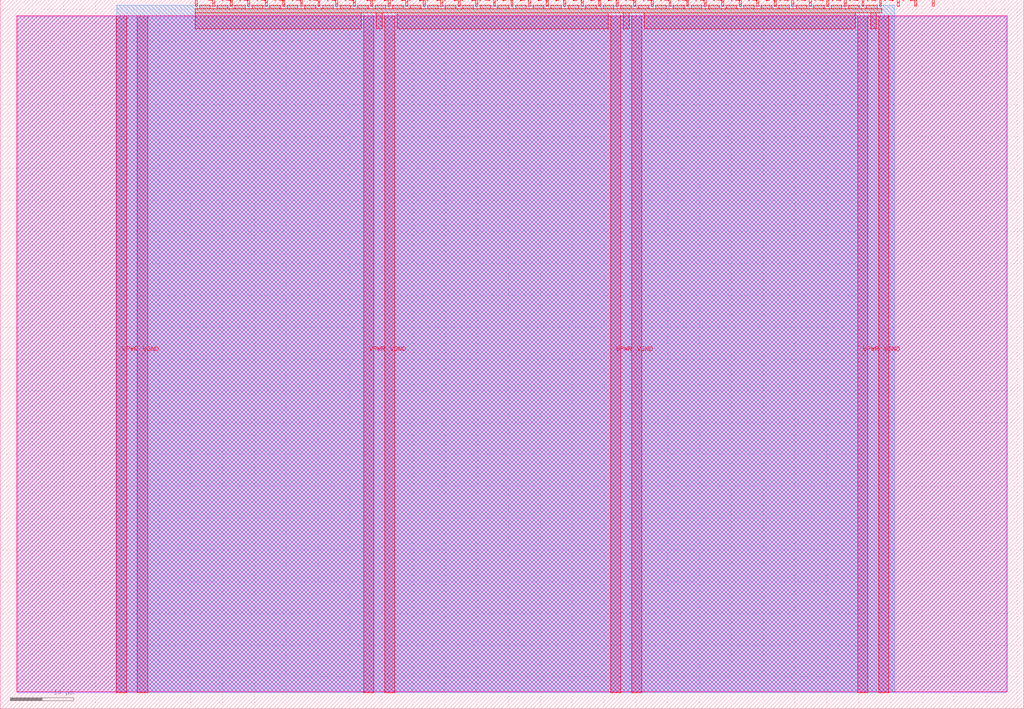
<source format=lef>
VERSION 5.7 ;
  NOWIREEXTENSIONATPIN ON ;
  DIVIDERCHAR "/" ;
  BUSBITCHARS "[]" ;
MACRO tt_um_tt09_array_multiplier
  CLASS BLOCK ;
  FOREIGN tt_um_tt09_array_multiplier ;
  ORIGIN 0.000 0.000 ;
  SIZE 161.000 BY 111.520 ;
  PIN VGND
    DIRECTION INOUT ;
    USE GROUND ;
    PORT
      LAYER met4 ;
        RECT 21.580 2.480 23.180 109.040 ;
    END
    PORT
      LAYER met4 ;
        RECT 60.450 2.480 62.050 109.040 ;
    END
    PORT
      LAYER met4 ;
        RECT 99.320 2.480 100.920 109.040 ;
    END
    PORT
      LAYER met4 ;
        RECT 138.190 2.480 139.790 109.040 ;
    END
  END VGND
  PIN VPWR
    DIRECTION INOUT ;
    USE POWER ;
    PORT
      LAYER met4 ;
        RECT 18.280 2.480 19.880 109.040 ;
    END
    PORT
      LAYER met4 ;
        RECT 57.150 2.480 58.750 109.040 ;
    END
    PORT
      LAYER met4 ;
        RECT 96.020 2.480 97.620 109.040 ;
    END
    PORT
      LAYER met4 ;
        RECT 134.890 2.480 136.490 109.040 ;
    END
  END VPWR
  PIN clk
    DIRECTION INPUT ;
    USE SIGNAL ;
    PORT
      LAYER met4 ;
        RECT 143.830 110.520 144.130 111.520 ;
    END
  END clk
  PIN ena
    DIRECTION INPUT ;
    USE SIGNAL ;
    PORT
      LAYER met4 ;
        RECT 146.590 110.520 146.890 111.520 ;
    END
  END ena
  PIN rst_n
    DIRECTION INPUT ;
    USE SIGNAL ;
    PORT
      LAYER met4 ;
        RECT 141.070 110.520 141.370 111.520 ;
    END
  END rst_n
  PIN ui_in[0]
    DIRECTION INPUT ;
    USE SIGNAL ;
    ANTENNAGATEAREA 0.213000 ;
    PORT
      LAYER met4 ;
        RECT 138.310 110.520 138.610 111.520 ;
    END
  END ui_in[0]
  PIN ui_in[1]
    DIRECTION INPUT ;
    USE SIGNAL ;
    ANTENNAGATEAREA 0.213000 ;
    PORT
      LAYER met4 ;
        RECT 135.550 110.520 135.850 111.520 ;
    END
  END ui_in[1]
  PIN ui_in[2]
    DIRECTION INPUT ;
    USE SIGNAL ;
    ANTENNAGATEAREA 0.126000 ;
    PORT
      LAYER met4 ;
        RECT 132.790 110.520 133.090 111.520 ;
    END
  END ui_in[2]
  PIN ui_in[3]
    DIRECTION INPUT ;
    USE SIGNAL ;
    ANTENNAGATEAREA 0.213000 ;
    PORT
      LAYER met4 ;
        RECT 130.030 110.520 130.330 111.520 ;
    END
  END ui_in[3]
  PIN ui_in[4]
    DIRECTION INPUT ;
    USE SIGNAL ;
    ANTENNAGATEAREA 0.213000 ;
    PORT
      LAYER met4 ;
        RECT 127.270 110.520 127.570 111.520 ;
    END
  END ui_in[4]
  PIN ui_in[5]
    DIRECTION INPUT ;
    USE SIGNAL ;
    ANTENNAGATEAREA 0.159000 ;
    PORT
      LAYER met4 ;
        RECT 124.510 110.520 124.810 111.520 ;
    END
  END ui_in[5]
  PIN ui_in[6]
    DIRECTION INPUT ;
    USE SIGNAL ;
    ANTENNAGATEAREA 0.213000 ;
    PORT
      LAYER met4 ;
        RECT 121.750 110.520 122.050 111.520 ;
    END
  END ui_in[6]
  PIN ui_in[7]
    DIRECTION INPUT ;
    USE SIGNAL ;
    ANTENNAGATEAREA 0.213000 ;
    PORT
      LAYER met4 ;
        RECT 118.990 110.520 119.290 111.520 ;
    END
  END ui_in[7]
  PIN uio_in[0]
    DIRECTION INPUT ;
    USE SIGNAL ;
    PORT
      LAYER met4 ;
        RECT 116.230 110.520 116.530 111.520 ;
    END
  END uio_in[0]
  PIN uio_in[1]
    DIRECTION INPUT ;
    USE SIGNAL ;
    PORT
      LAYER met4 ;
        RECT 113.470 110.520 113.770 111.520 ;
    END
  END uio_in[1]
  PIN uio_in[2]
    DIRECTION INPUT ;
    USE SIGNAL ;
    PORT
      LAYER met4 ;
        RECT 110.710 110.520 111.010 111.520 ;
    END
  END uio_in[2]
  PIN uio_in[3]
    DIRECTION INPUT ;
    USE SIGNAL ;
    PORT
      LAYER met4 ;
        RECT 107.950 110.520 108.250 111.520 ;
    END
  END uio_in[3]
  PIN uio_in[4]
    DIRECTION INPUT ;
    USE SIGNAL ;
    PORT
      LAYER met4 ;
        RECT 105.190 110.520 105.490 111.520 ;
    END
  END uio_in[4]
  PIN uio_in[5]
    DIRECTION INPUT ;
    USE SIGNAL ;
    PORT
      LAYER met4 ;
        RECT 102.430 110.520 102.730 111.520 ;
    END
  END uio_in[5]
  PIN uio_in[6]
    DIRECTION INPUT ;
    USE SIGNAL ;
    PORT
      LAYER met4 ;
        RECT 99.670 110.520 99.970 111.520 ;
    END
  END uio_in[6]
  PIN uio_in[7]
    DIRECTION INPUT ;
    USE SIGNAL ;
    PORT
      LAYER met4 ;
        RECT 96.910 110.520 97.210 111.520 ;
    END
  END uio_in[7]
  PIN uio_oe[0]
    DIRECTION OUTPUT ;
    USE SIGNAL ;
    PORT
      LAYER met4 ;
        RECT 49.990 110.520 50.290 111.520 ;
    END
  END uio_oe[0]
  PIN uio_oe[1]
    DIRECTION OUTPUT ;
    USE SIGNAL ;
    PORT
      LAYER met4 ;
        RECT 47.230 110.520 47.530 111.520 ;
    END
  END uio_oe[1]
  PIN uio_oe[2]
    DIRECTION OUTPUT ;
    USE SIGNAL ;
    PORT
      LAYER met4 ;
        RECT 44.470 110.520 44.770 111.520 ;
    END
  END uio_oe[2]
  PIN uio_oe[3]
    DIRECTION OUTPUT ;
    USE SIGNAL ;
    PORT
      LAYER met4 ;
        RECT 41.710 110.520 42.010 111.520 ;
    END
  END uio_oe[3]
  PIN uio_oe[4]
    DIRECTION OUTPUT ;
    USE SIGNAL ;
    PORT
      LAYER met4 ;
        RECT 38.950 110.520 39.250 111.520 ;
    END
  END uio_oe[4]
  PIN uio_oe[5]
    DIRECTION OUTPUT ;
    USE SIGNAL ;
    PORT
      LAYER met4 ;
        RECT 36.190 110.520 36.490 111.520 ;
    END
  END uio_oe[5]
  PIN uio_oe[6]
    DIRECTION OUTPUT ;
    USE SIGNAL ;
    PORT
      LAYER met4 ;
        RECT 33.430 110.520 33.730 111.520 ;
    END
  END uio_oe[6]
  PIN uio_oe[7]
    DIRECTION OUTPUT ;
    USE SIGNAL ;
    PORT
      LAYER met4 ;
        RECT 30.670 110.520 30.970 111.520 ;
    END
  END uio_oe[7]
  PIN uio_out[0]
    DIRECTION OUTPUT ;
    USE SIGNAL ;
    PORT
      LAYER met4 ;
        RECT 72.070 110.520 72.370 111.520 ;
    END
  END uio_out[0]
  PIN uio_out[1]
    DIRECTION OUTPUT ;
    USE SIGNAL ;
    PORT
      LAYER met4 ;
        RECT 69.310 110.520 69.610 111.520 ;
    END
  END uio_out[1]
  PIN uio_out[2]
    DIRECTION OUTPUT ;
    USE SIGNAL ;
    PORT
      LAYER met4 ;
        RECT 66.550 110.520 66.850 111.520 ;
    END
  END uio_out[2]
  PIN uio_out[3]
    DIRECTION OUTPUT ;
    USE SIGNAL ;
    PORT
      LAYER met4 ;
        RECT 63.790 110.520 64.090 111.520 ;
    END
  END uio_out[3]
  PIN uio_out[4]
    DIRECTION OUTPUT ;
    USE SIGNAL ;
    PORT
      LAYER met4 ;
        RECT 61.030 110.520 61.330 111.520 ;
    END
  END uio_out[4]
  PIN uio_out[5]
    DIRECTION OUTPUT ;
    USE SIGNAL ;
    PORT
      LAYER met4 ;
        RECT 58.270 110.520 58.570 111.520 ;
    END
  END uio_out[5]
  PIN uio_out[6]
    DIRECTION OUTPUT ;
    USE SIGNAL ;
    PORT
      LAYER met4 ;
        RECT 55.510 110.520 55.810 111.520 ;
    END
  END uio_out[6]
  PIN uio_out[7]
    DIRECTION OUTPUT ;
    USE SIGNAL ;
    PORT
      LAYER met4 ;
        RECT 52.750 110.520 53.050 111.520 ;
    END
  END uio_out[7]
  PIN uo_out[0]
    DIRECTION OUTPUT ;
    USE SIGNAL ;
    ANTENNADIFFAREA 0.643500 ;
    PORT
      LAYER met4 ;
        RECT 94.150 110.520 94.450 111.520 ;
    END
  END uo_out[0]
  PIN uo_out[1]
    DIRECTION OUTPUT ;
    USE SIGNAL ;
    ANTENNADIFFAREA 0.445500 ;
    PORT
      LAYER met4 ;
        RECT 91.390 110.520 91.690 111.520 ;
    END
  END uo_out[1]
  PIN uo_out[2]
    DIRECTION OUTPUT ;
    USE SIGNAL ;
    ANTENNADIFFAREA 0.795200 ;
    PORT
      LAYER met4 ;
        RECT 88.630 110.520 88.930 111.520 ;
    END
  END uo_out[2]
  PIN uo_out[3]
    DIRECTION OUTPUT ;
    USE SIGNAL ;
    ANTENNADIFFAREA 0.445500 ;
    PORT
      LAYER met4 ;
        RECT 85.870 110.520 86.170 111.520 ;
    END
  END uo_out[3]
  PIN uo_out[4]
    DIRECTION OUTPUT ;
    USE SIGNAL ;
    ANTENNADIFFAREA 0.445500 ;
    PORT
      LAYER met4 ;
        RECT 83.110 110.520 83.410 111.520 ;
    END
  END uo_out[4]
  PIN uo_out[5]
    DIRECTION OUTPUT ;
    USE SIGNAL ;
    ANTENNADIFFAREA 0.445500 ;
    PORT
      LAYER met4 ;
        RECT 80.350 110.520 80.650 111.520 ;
    END
  END uo_out[5]
  PIN uo_out[6]
    DIRECTION OUTPUT ;
    USE SIGNAL ;
    ANTENNADIFFAREA 0.445500 ;
    PORT
      LAYER met4 ;
        RECT 77.590 110.520 77.890 111.520 ;
    END
  END uo_out[6]
  PIN uo_out[7]
    DIRECTION OUTPUT ;
    USE SIGNAL ;
    ANTENNADIFFAREA 0.445500 ;
    PORT
      LAYER met4 ;
        RECT 74.830 110.520 75.130 111.520 ;
    END
  END uo_out[7]
  OBS
      LAYER nwell ;
        RECT 2.570 2.635 158.430 108.990 ;
      LAYER li1 ;
        RECT 2.760 2.635 158.240 108.885 ;
      LAYER met1 ;
        RECT 2.760 2.480 158.240 109.040 ;
      LAYER met2 ;
        RECT 18.310 2.535 140.670 110.685 ;
      LAYER met3 ;
        RECT 18.290 2.555 140.695 110.665 ;
      LAYER met4 ;
        RECT 31.370 110.120 33.030 110.665 ;
        RECT 34.130 110.120 35.790 110.665 ;
        RECT 36.890 110.120 38.550 110.665 ;
        RECT 39.650 110.120 41.310 110.665 ;
        RECT 42.410 110.120 44.070 110.665 ;
        RECT 45.170 110.120 46.830 110.665 ;
        RECT 47.930 110.120 49.590 110.665 ;
        RECT 50.690 110.120 52.350 110.665 ;
        RECT 53.450 110.120 55.110 110.665 ;
        RECT 56.210 110.120 57.870 110.665 ;
        RECT 58.970 110.120 60.630 110.665 ;
        RECT 61.730 110.120 63.390 110.665 ;
        RECT 64.490 110.120 66.150 110.665 ;
        RECT 67.250 110.120 68.910 110.665 ;
        RECT 70.010 110.120 71.670 110.665 ;
        RECT 72.770 110.120 74.430 110.665 ;
        RECT 75.530 110.120 77.190 110.665 ;
        RECT 78.290 110.120 79.950 110.665 ;
        RECT 81.050 110.120 82.710 110.665 ;
        RECT 83.810 110.120 85.470 110.665 ;
        RECT 86.570 110.120 88.230 110.665 ;
        RECT 89.330 110.120 90.990 110.665 ;
        RECT 92.090 110.120 93.750 110.665 ;
        RECT 94.850 110.120 96.510 110.665 ;
        RECT 97.610 110.120 99.270 110.665 ;
        RECT 100.370 110.120 102.030 110.665 ;
        RECT 103.130 110.120 104.790 110.665 ;
        RECT 105.890 110.120 107.550 110.665 ;
        RECT 108.650 110.120 110.310 110.665 ;
        RECT 111.410 110.120 113.070 110.665 ;
        RECT 114.170 110.120 115.830 110.665 ;
        RECT 116.930 110.120 118.590 110.665 ;
        RECT 119.690 110.120 121.350 110.665 ;
        RECT 122.450 110.120 124.110 110.665 ;
        RECT 125.210 110.120 126.870 110.665 ;
        RECT 127.970 110.120 129.630 110.665 ;
        RECT 130.730 110.120 132.390 110.665 ;
        RECT 133.490 110.120 135.150 110.665 ;
        RECT 136.250 110.120 137.910 110.665 ;
        RECT 30.655 109.440 138.625 110.120 ;
        RECT 30.655 106.935 56.750 109.440 ;
        RECT 59.150 106.935 60.050 109.440 ;
        RECT 62.450 106.935 95.620 109.440 ;
        RECT 98.020 106.935 98.920 109.440 ;
        RECT 101.320 106.935 134.490 109.440 ;
        RECT 136.890 106.935 137.790 109.440 ;
  END
END tt_um_tt09_array_multiplier
END LIBRARY


</source>
